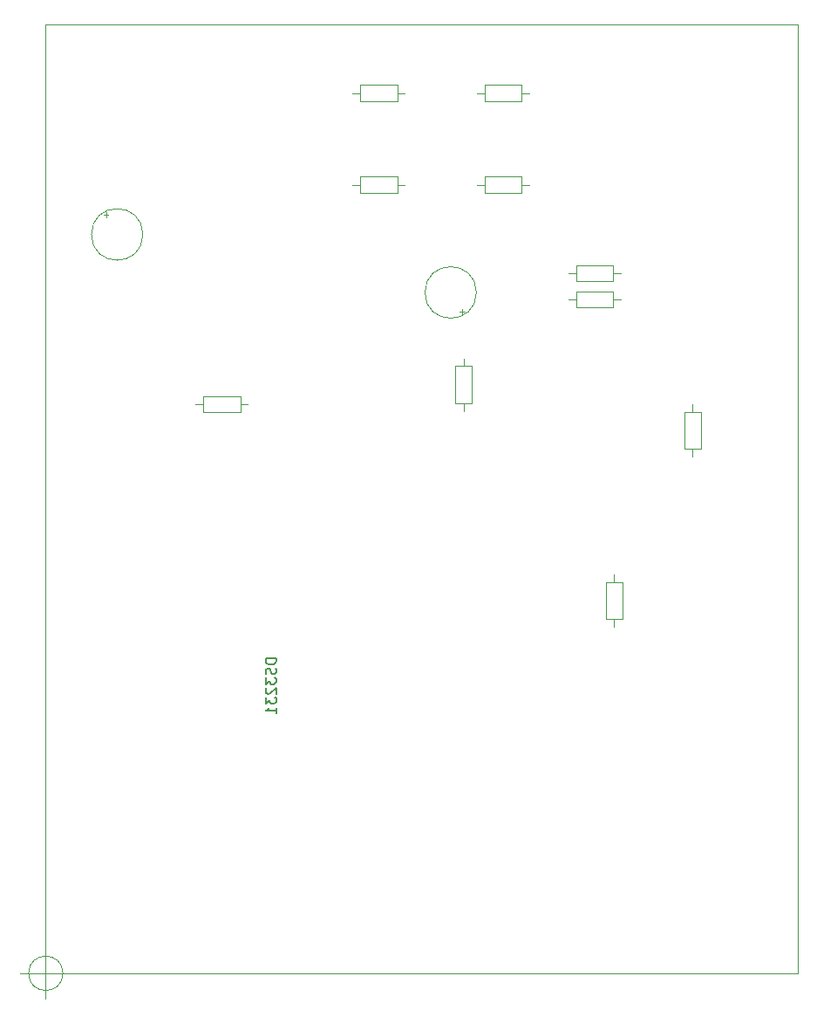
<source format=gbr>
%TF.GenerationSoftware,KiCad,Pcbnew,(6.0.4)*%
%TF.CreationDate,2023-07-19T00:07:21+07:00*%
%TF.ProjectId,05-Prototype-UpdatedComponents,30352d50-726f-4746-9f74-7970652d5570,rev?*%
%TF.SameCoordinates,PX66ff300PY8b3c880*%
%TF.FileFunction,AssemblyDrawing,Bot*%
%FSLAX46Y46*%
G04 Gerber Fmt 4.6, Leading zero omitted, Abs format (unit mm)*
G04 Created by KiCad (PCBNEW (6.0.4)) date 2023-07-19 00:07:21*
%MOMM*%
%LPD*%
G01*
G04 APERTURE LIST*
%TA.AperFunction,Profile*%
%ADD10C,0.100000*%
%TD*%
%ADD11C,0.150000*%
%ADD12C,0.100000*%
G04 APERTURE END LIST*
D10*
X1666666Y0D02*
G75*
G03*
X1666666Y0I-1666666J0D01*
G01*
X-2500000Y0D02*
X2500000Y0D01*
X0Y2500000D02*
X0Y-2500000D01*
X0Y92000000D02*
X73000000Y92000000D01*
X73000000Y92000000D02*
X73000000Y0D01*
X73000000Y0D02*
X0Y0D01*
X0Y0D02*
X0Y92000000D01*
D11*
%TO.C,U4*%
X22357380Y30532858D02*
X21357380Y30532858D01*
X21357380Y30294762D01*
X21405000Y30151905D01*
X21500238Y30056667D01*
X21595476Y30009048D01*
X21785952Y29961429D01*
X21928809Y29961429D01*
X22119285Y30009048D01*
X22214523Y30056667D01*
X22309761Y30151905D01*
X22357380Y30294762D01*
X22357380Y30532858D01*
X22309761Y29580477D02*
X22357380Y29437620D01*
X22357380Y29199524D01*
X22309761Y29104286D01*
X22262142Y29056667D01*
X22166904Y29009048D01*
X22071666Y29009048D01*
X21976428Y29056667D01*
X21928809Y29104286D01*
X21881190Y29199524D01*
X21833571Y29390000D01*
X21785952Y29485239D01*
X21738333Y29532858D01*
X21643095Y29580477D01*
X21547857Y29580477D01*
X21452619Y29532858D01*
X21405000Y29485239D01*
X21357380Y29390000D01*
X21357380Y29151905D01*
X21405000Y29009048D01*
X21357380Y28675715D02*
X21357380Y28056667D01*
X21738333Y28390000D01*
X21738333Y28247143D01*
X21785952Y28151905D01*
X21833571Y28104286D01*
X21928809Y28056667D01*
X22166904Y28056667D01*
X22262142Y28104286D01*
X22309761Y28151905D01*
X22357380Y28247143D01*
X22357380Y28532858D01*
X22309761Y28628096D01*
X22262142Y28675715D01*
X21452619Y27675715D02*
X21405000Y27628096D01*
X21357380Y27532858D01*
X21357380Y27294762D01*
X21405000Y27199524D01*
X21452619Y27151905D01*
X21547857Y27104286D01*
X21643095Y27104286D01*
X21785952Y27151905D01*
X22357380Y27723334D01*
X22357380Y27104286D01*
X21357380Y26770953D02*
X21357380Y26151905D01*
X21738333Y26485239D01*
X21738333Y26342381D01*
X21785952Y26247143D01*
X21833571Y26199524D01*
X21928809Y26151905D01*
X22166904Y26151905D01*
X22262142Y26199524D01*
X22309761Y26247143D01*
X22357380Y26342381D01*
X22357380Y26628096D01*
X22309761Y26723334D01*
X22262142Y26770953D01*
X22357380Y25199524D02*
X22357380Y25770953D01*
X22357380Y25485239D02*
X21357380Y25485239D01*
X21500238Y25580477D01*
X21595476Y25675715D01*
X21643095Y25770953D01*
D12*
%TO.C,R9*%
X14555000Y55195000D02*
X15295000Y55195000D01*
X15295000Y55995000D02*
X18895000Y55995000D01*
X18895000Y54395000D02*
X15295000Y54395000D01*
X18895000Y55995000D02*
X18895000Y54395000D01*
X19635000Y55195000D02*
X18895000Y55195000D01*
X15295000Y54395000D02*
X15295000Y55995000D01*
%TO.C,R8*%
X54395000Y37945000D02*
X55995000Y37945000D01*
X55195000Y33605000D02*
X55195000Y34345000D01*
X55995000Y34345000D02*
X54395000Y34345000D01*
X54395000Y34345000D02*
X54395000Y37945000D01*
X55995000Y37945000D02*
X55995000Y34345000D01*
X55195000Y38685000D02*
X55195000Y37945000D01*
%TO.C,R7*%
X41390000Y55300000D02*
X39790000Y55300000D01*
X40590000Y59640000D02*
X40590000Y58900000D01*
X39790000Y58900000D02*
X41390000Y58900000D01*
X41390000Y58900000D02*
X41390000Y55300000D01*
X39790000Y55300000D02*
X39790000Y58900000D01*
X40590000Y54560000D02*
X40590000Y55300000D01*
%TO.C,R6*%
X63615000Y50855000D02*
X62015000Y50855000D01*
X62815000Y55195000D02*
X62815000Y54455000D01*
X62015000Y54455000D02*
X63615000Y54455000D01*
X63615000Y54455000D02*
X63615000Y50855000D01*
X62015000Y50855000D02*
X62015000Y54455000D01*
X62815000Y50115000D02*
X62815000Y50855000D01*
%TO.C,R5*%
X55090000Y68695000D02*
X55090000Y67095000D01*
X50750000Y67895000D02*
X51490000Y67895000D01*
X51490000Y67095000D02*
X51490000Y68695000D01*
X51490000Y68695000D02*
X55090000Y68695000D01*
X55090000Y67095000D02*
X51490000Y67095000D01*
X55830000Y67895000D02*
X55090000Y67895000D01*
%TO.C,R4*%
X55090000Y66155000D02*
X55090000Y64555000D01*
X50750000Y65355000D02*
X51490000Y65355000D01*
X51490000Y64555000D02*
X51490000Y66155000D01*
X51490000Y66155000D02*
X55090000Y66155000D01*
X55090000Y64555000D02*
X51490000Y64555000D01*
X55830000Y65355000D02*
X55090000Y65355000D01*
%TO.C,R3*%
X34875000Y76460000D02*
X34135000Y76460000D01*
X34135000Y75660000D02*
X30535000Y75660000D01*
X30535000Y77260000D02*
X34135000Y77260000D01*
X30535000Y75660000D02*
X30535000Y77260000D01*
X29795000Y76460000D02*
X30535000Y76460000D01*
X34135000Y77260000D02*
X34135000Y75660000D01*
%TO.C,R2*%
X30535000Y84550000D02*
X30535000Y86150000D01*
X34875000Y85350000D02*
X34135000Y85350000D01*
X34135000Y86150000D02*
X34135000Y84550000D01*
X34135000Y84550000D02*
X30535000Y84550000D01*
X30535000Y86150000D02*
X34135000Y86150000D01*
X29795000Y85350000D02*
X30535000Y85350000D01*
%TO.C,R1*%
X46940000Y76460000D02*
X46200000Y76460000D01*
X46200000Y75660000D02*
X42600000Y75660000D01*
X42600000Y77260000D02*
X46200000Y77260000D01*
X42600000Y75660000D02*
X42600000Y77260000D01*
X41860000Y76460000D02*
X42600000Y76460000D01*
X46200000Y77260000D02*
X46200000Y75660000D01*
%TO.C,R0*%
X41860000Y85350000D02*
X42600000Y85350000D01*
X42600000Y86150000D02*
X46200000Y86150000D01*
X46200000Y84550000D02*
X42600000Y84550000D01*
X46200000Y86150000D02*
X46200000Y84550000D01*
X46940000Y85350000D02*
X46200000Y85350000D01*
X42600000Y84550000D02*
X42600000Y86150000D01*
%TO.C,C1*%
X5847500Y73793717D02*
X5847500Y73293717D01*
X5597500Y73543717D02*
X6097500Y73543717D01*
X9435000Y71660112D02*
G75*
G03*
X9435000Y71660112I-2500000J0D01*
G01*
%TO.C,C0*%
X41820000Y66034887D02*
G75*
G03*
X41820000Y66034887I-2500000J0D01*
G01*
X40657500Y64151282D02*
X40157500Y64151282D01*
X40407500Y63901282D02*
X40407500Y64401282D01*
%TD*%
M02*

</source>
